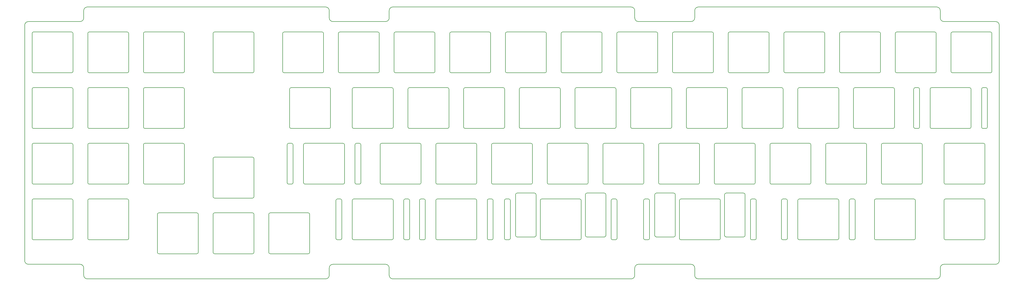
<source format=gbr>
G04 #@! TF.GenerationSoftware,KiCad,Pcbnew,(5.1.4-0-10_14)*
G04 #@! TF.CreationDate,2020-06-19T20:59:03-05:00*
G04 #@! TF.ProjectId,reverie_plate,72657665-7269-4655-9f70-6c6174652e6b,rev?*
G04 #@! TF.SameCoordinates,Original*
G04 #@! TF.FileFunction,Profile,NP*
%FSLAX46Y46*%
G04 Gerber Fmt 4.6, Leading zero omitted, Abs format (unit mm)*
G04 Created by KiCad (PCBNEW (5.1.4-0-10_14)) date 2020-06-19 20:59:03*
%MOMM*%
%LPD*%
G04 APERTURE LIST*
%ADD10C,0.200000*%
G04 APERTURE END LIST*
D10*
X73664751Y-75899795D02*
G75*
G02X73164750Y-75399796I-1J500000D01*
G01*
X86664750Y-75899796D02*
X73664750Y-75899796D01*
X87164751Y-75399795D02*
G75*
G02X86664750Y-75899796I-500001J0D01*
G01*
X87164750Y-62399796D02*
X87164750Y-75399796D01*
X86664750Y-61899796D02*
G75*
G02X87164750Y-62399796I0J-500000D01*
G01*
X73664750Y-61899796D02*
X86664750Y-61899796D01*
X73164751Y-62399795D02*
G75*
G02X73664750Y-61899796I499999J0D01*
G01*
X104121000Y-94449796D02*
X104121000Y-81449796D01*
X104621001Y-94949795D02*
G75*
G02X104121000Y-94449796I-1J500000D01*
G01*
X117621000Y-94949796D02*
X104621000Y-94949796D01*
X118121000Y-94449796D02*
G75*
G02X117621000Y-94949796I-500000J0D01*
G01*
X118121000Y-81449796D02*
X118121000Y-94449796D01*
X117621000Y-80949796D02*
G75*
G02X118121000Y-81449796I0J-500000D01*
G01*
X104621000Y-80949796D02*
X117621000Y-80949796D01*
X104121000Y-81449796D02*
G75*
G02X104621000Y-80949796I500000J0D01*
G01*
X-17466498Y-121111000D02*
X-17466498Y-40552958D01*
X-16216498Y-122361000D02*
G75*
G02X-17466498Y-121111000I0J1250000D01*
G01*
X1471000Y-122361000D02*
X-16216498Y-122361000D01*
X1471000Y-122361000D02*
G75*
G02X2721000Y-123611000I0J-1250000D01*
G01*
X2721000Y-126111000D02*
X2721000Y-123611000D01*
X87971000Y-39302958D02*
X105971000Y-39302958D01*
X87971000Y-39302958D02*
G75*
G02X86721000Y-38052958I0J1250000D01*
G01*
X211721000Y-38052958D02*
G75*
G02X210471000Y-39302958I-1250000J0D01*
G01*
X211721000Y-38052958D02*
X211721001Y-35552958D01*
X-14441498Y-113999797D02*
G75*
G02X-14941499Y-113499796I0J500001D01*
G01*
X-1441500Y-113999796D02*
X-14441498Y-113999796D01*
X-941500Y-113499796D02*
G75*
G02X-1441500Y-113999796I-500000J0D01*
G01*
X-941500Y-100499796D02*
X-941500Y-113499796D01*
X-1441500Y-99999796D02*
G75*
G02X-941500Y-100499796I0J-500000D01*
G01*
X73164750Y-75399796D02*
X73164750Y-62399796D01*
X192471000Y-39302958D02*
X210471000Y-39302958D01*
X-14441498Y-99999796D02*
X-1441500Y-99999796D01*
X-14941498Y-100499796D02*
G75*
G02X-14441498Y-99999796I500000J0D01*
G01*
X-14941499Y-113499796D02*
X-14941498Y-100499796D01*
X241446000Y-61899796D02*
G75*
G02X241946000Y-62399796I0J-500000D01*
G01*
X228446000Y-61899796D02*
X241446000Y-61899796D01*
X227946000Y-62399796D02*
G75*
G02X228446000Y-61899796I500000J0D01*
G01*
X294471001Y-127361000D02*
X212971001Y-127361000D01*
X295721001Y-126111000D02*
G75*
G02X294471001Y-127361000I-1250000J0D01*
G01*
X314658500Y-122361000D02*
X296971001Y-122361000D01*
X107221000Y-126111000D02*
X107221000Y-123611000D01*
X108471000Y-127361000D02*
G75*
G02X107221000Y-126111000I0J1250000D01*
G01*
X3971000Y-34302958D02*
X85471000Y-34302958D01*
X192471000Y-39302958D02*
G75*
G02X191221000Y-38052958I0J1250000D01*
G01*
X296971001Y-39302958D02*
X314658500Y-39302958D01*
X296971001Y-39302958D02*
G75*
G02X295721001Y-38052958I0J1250000D01*
G01*
X211721001Y-35552959D02*
G75*
G02X212971000Y-34302958I1250000J1D01*
G01*
X86721000Y-35552958D02*
X86721000Y-38052958D01*
X2721000Y-38052958D02*
X2721000Y-35552958D01*
X191221000Y-35552958D02*
X191221000Y-38052958D01*
X294471001Y-34302958D02*
G75*
G02X295721001Y-35552958I0J-1250000D01*
G01*
X-16216498Y-39302958D02*
X1471000Y-39302958D01*
X315908500Y-40552958D02*
X315908500Y-121111000D01*
X295721001Y-123611000D02*
X295721001Y-126111000D01*
X295721001Y-123611000D02*
G75*
G02X296971001Y-122361000I1250000J0D01*
G01*
X210471000Y-122361000D02*
X192471000Y-122361000D01*
X210471000Y-122361000D02*
G75*
G02X211721000Y-123611000I0J-1250000D01*
G01*
X85471000Y-34302958D02*
G75*
G02X86721000Y-35552958I0J-1250000D01*
G01*
X212971000Y-34302958D02*
X294471001Y-34302958D01*
X189971000Y-34302958D02*
G75*
G02X191221000Y-35552958I0J-1250000D01*
G01*
X314658500Y-39302958D02*
G75*
G02X315908500Y-40552958I0J-1250000D01*
G01*
X2721000Y-38052958D02*
G75*
G02X1471000Y-39302958I-1250000J0D01*
G01*
X211721000Y-126111000D02*
X211721000Y-123611000D01*
X212971000Y-127361000D02*
G75*
G02X211721000Y-126111000I0J1250000D01*
G01*
X297502250Y-99999796D02*
X310502250Y-99999796D01*
X297002250Y-100499796D02*
G75*
G02X297502250Y-99999796I500000J0D01*
G01*
X297002250Y-113499796D02*
X297002250Y-100499796D01*
X297502250Y-113999796D02*
G75*
G02X297002250Y-113499796I0J500000D01*
G01*
X310502250Y-113999796D02*
X297502250Y-113999796D01*
X311002250Y-113499796D02*
G75*
G02X310502250Y-113999796I-500000J0D01*
G01*
X311002250Y-100499796D02*
X311002250Y-113499796D01*
X310502250Y-99999796D02*
G75*
G02X311002250Y-100499796I0J-500000D01*
G01*
X118071000Y-99999796D02*
X119071000Y-99999796D01*
X223683500Y-42849796D02*
X236683500Y-42849796D01*
X223183501Y-43349797D02*
G75*
G02X223683500Y-42849796I500000J1D01*
G01*
X23158500Y-81449796D02*
G75*
G02X23658500Y-80949796I500000J0D01*
G01*
X2721000Y-35552958D02*
G75*
G02X3971000Y-34302958I1250000J0D01*
G01*
X117571000Y-100499796D02*
G75*
G02X118071000Y-99999796I500000J0D01*
G01*
X117571000Y-113499796D02*
X117571000Y-100499796D01*
X118071001Y-113999795D02*
G75*
G02X117571000Y-113499796I-1J500000D01*
G01*
X119071000Y-113999796D02*
X118071000Y-113999796D01*
X119571001Y-113499795D02*
G75*
G02X119071000Y-113999796I-500001J0D01*
G01*
X119571000Y-100499796D02*
X119571000Y-113499796D01*
X119071000Y-99999796D02*
G75*
G02X119571000Y-100499796I0J-500000D01*
G01*
X195764750Y-113999796D02*
X194764750Y-113999796D01*
X196264751Y-113499795D02*
G75*
G02X195764750Y-113999796I-500001J0D01*
G01*
X196264750Y-100499796D02*
X196264750Y-113499796D01*
X195764750Y-99999796D02*
G75*
G02X196264750Y-100499796I0J-500000D01*
G01*
X194764750Y-99999796D02*
X195764750Y-99999796D01*
X194264750Y-100499796D02*
G75*
G02X194764750Y-99999796I500000J0D01*
G01*
X194264750Y-113499796D02*
X194264750Y-100499796D01*
X194764750Y-113999796D02*
G75*
G02X194264750Y-113499796I0J500000D01*
G01*
X223183500Y-56349796D02*
X223183500Y-43349796D01*
X223683500Y-56849796D02*
G75*
G02X223183500Y-56349796I0J500000D01*
G01*
X236683500Y-56849796D02*
X223683500Y-56849796D01*
X237183500Y-56349796D02*
G75*
G02X236683500Y-56849796I-500000J0D01*
G01*
X237183500Y-43349796D02*
X237183500Y-56349796D01*
X236683500Y-42849796D02*
G75*
G02X237183500Y-43349796I0J-500000D01*
G01*
X107221000Y-35552958D02*
G75*
G02X108471000Y-34302958I1250000J0D01*
G01*
X105971000Y-122361000D02*
X87971000Y-122361000D01*
X105971000Y-122361000D02*
G75*
G02X107221000Y-123611000I0J-1250000D01*
G01*
X315908500Y-121111000D02*
G75*
G02X314658500Y-122361000I-1250000J0D01*
G01*
X191221000Y-123611000D02*
X191221000Y-126111000D01*
X191221000Y-123611000D02*
G75*
G02X192471000Y-122361000I1250000J0D01*
G01*
X86721000Y-123611000D02*
X86721000Y-126111000D01*
X86721000Y-123611000D02*
G75*
G02X87971000Y-122361000I1250000J0D01*
G01*
X36658500Y-80949796D02*
X23658500Y-80949796D01*
X36658500Y-80949796D02*
G75*
G02X37158500Y-81449796I0J-500000D01*
G01*
X37158500Y-94449796D02*
X37158500Y-81449796D01*
X37158501Y-94449796D02*
G75*
G02X36658500Y-94949795I-500000J1D01*
G01*
X23658500Y-94949795D02*
X36658500Y-94949795D01*
X23658499Y-94949796D02*
G75*
G02X23158500Y-94449795I1J500000D01*
G01*
X23158500Y-81449796D02*
X23158500Y-94449795D01*
X23158500Y-75399796D02*
X23158500Y-62399796D01*
X23658500Y-75899796D02*
G75*
G02X23158500Y-75399796I0J500000D01*
G01*
X36658500Y-75899796D02*
X23658500Y-75899796D01*
X37158501Y-75399797D02*
G75*
G02X36658500Y-75899796I-500000J1D01*
G01*
X37158500Y-62399796D02*
X37158500Y-75399796D01*
X36658500Y-61899796D02*
G75*
G02X37158500Y-62399796I0J-500000D01*
G01*
X23658500Y-61899796D02*
X36658500Y-61899796D01*
X23158500Y-62399796D02*
G75*
G02X23658500Y-61899796I500000J0D01*
G01*
X227946000Y-75399796D02*
X227946000Y-62399796D01*
X228446000Y-75899796D02*
G75*
G02X227946000Y-75399796I0J500000D01*
G01*
X241446000Y-75899796D02*
X228446000Y-75899796D01*
X241946000Y-75399796D02*
G75*
G02X241446000Y-75899796I-500000J0D01*
G01*
X241946000Y-62399796D02*
X241946000Y-75399796D01*
X189971000Y-127361000D02*
X108471000Y-127361000D01*
X191221001Y-126111001D02*
G75*
G02X189971000Y-127361000I-1250000J1D01*
G01*
X107221000Y-38052958D02*
X107221000Y-35552958D01*
X108471000Y-34302958D02*
X189971000Y-34302958D01*
X107221000Y-38052958D02*
G75*
G02X105971000Y-39302958I-1250000J0D01*
G01*
X295721001Y-35552958D02*
X295721001Y-38052958D01*
X-17466498Y-40552958D02*
G75*
G02X-16216498Y-39302958I1250000J0D01*
G01*
X206514750Y-113499796D02*
X206514750Y-100499796D01*
X207014750Y-113999796D02*
G75*
G02X206514750Y-113499796I0J500000D01*
G01*
X220014750Y-113999796D02*
X207014750Y-113999796D01*
X220514751Y-113499795D02*
G75*
G02X220014750Y-113999796I-500001J0D01*
G01*
X220514750Y-100499796D02*
X220514750Y-113499796D01*
X220014750Y-99999796D02*
G75*
G02X220514750Y-100499796I0J-500000D01*
G01*
X207014750Y-99999796D02*
X220014750Y-99999796D01*
X206514750Y-100499796D02*
G75*
G02X207014750Y-99999796I500000J0D01*
G01*
X286639750Y-75399796D02*
X286639750Y-62399796D01*
X287139750Y-75899796D02*
G75*
G02X286639750Y-75399796I0J500000D01*
G01*
X288139750Y-75899796D02*
X287139750Y-75899796D01*
X288639750Y-75399796D02*
G75*
G02X288139750Y-75899796I-500000J0D01*
G01*
X288639750Y-62399796D02*
X288639750Y-75399796D01*
X288139750Y-61899796D02*
G75*
G02X288639750Y-62399796I0J-500000D01*
G01*
X287139750Y-61899796D02*
X288139750Y-61899796D01*
X286639750Y-62399796D02*
G75*
G02X287139750Y-61899796I500000J0D01*
G01*
X66021000Y-118262296D02*
X66021000Y-105262296D01*
X66521001Y-118762295D02*
G75*
G02X66021000Y-118262296I-1J500000D01*
G01*
X79521000Y-118762296D02*
X66521000Y-118762296D01*
X80021001Y-118262295D02*
G75*
G02X79521000Y-118762296I-500001J0D01*
G01*
X80021000Y-105262296D02*
X80021000Y-118262296D01*
X79521000Y-104762296D02*
G75*
G02X80021000Y-105262296I0J-500000D01*
G01*
X66521000Y-104762296D02*
X79521000Y-104762296D01*
X66021001Y-105262295D02*
G75*
G02X66521000Y-104762296I499999J0D01*
G01*
X280333500Y-56349796D02*
X280333500Y-43349796D01*
X280833500Y-56849796D02*
G75*
G02X280333500Y-56349796I0J500000D01*
G01*
X293833500Y-56849796D02*
X280833500Y-56849796D01*
X294333500Y-56349796D02*
G75*
G02X293833500Y-56849796I-500000J0D01*
G01*
X294333500Y-43349796D02*
X294333500Y-56349796D01*
X293833500Y-42849796D02*
G75*
G02X294333500Y-43349796I0J-500000D01*
G01*
X280833500Y-42849796D02*
X293833500Y-42849796D01*
X280333500Y-43349796D02*
G75*
G02X280833500Y-42849796I500000J0D01*
G01*
X140771000Y-100499796D02*
G75*
G02X141271000Y-99999796I500000J0D01*
G01*
X142271000Y-99999796D02*
X141271000Y-99999796D01*
X142271000Y-99999795D02*
G75*
G02X142771001Y-100499796I0J-500001D01*
G01*
X142771000Y-113499796D02*
X142771001Y-100499796D01*
X142771001Y-113499795D02*
G75*
G02X142271000Y-113999796I-500001J0D01*
G01*
X141271000Y-113999796D02*
X142271000Y-113999796D01*
X141271002Y-113999796D02*
G75*
G02X140771000Y-113499796I-1J500001D01*
G01*
X140771000Y-100499796D02*
X140771000Y-113499796D01*
X297002250Y-94449796D02*
X297002250Y-81449796D01*
X297502250Y-94949796D02*
G75*
G02X297002250Y-94449796I0J500000D01*
G01*
X310502250Y-94949796D02*
X297502250Y-94949796D01*
X311002250Y-94449796D02*
G75*
G02X310502250Y-94949796I-500000J0D01*
G01*
X311002250Y-81449796D02*
X311002250Y-94449796D01*
X310502250Y-80949796D02*
G75*
G02X311002250Y-81449796I0J-500000D01*
G01*
X297502250Y-80949796D02*
X310502250Y-80949795D01*
X297002250Y-81449796D02*
G75*
G02X297502250Y-80949796I500000J0D01*
G01*
X-14941499Y-75399795D02*
X-14941498Y-62399796D01*
X-14441498Y-75899796D02*
G75*
G02X-14941499Y-75399795I0J500001D01*
G01*
X-1441500Y-75899796D02*
X-14441498Y-75899796D01*
X-941500Y-75399796D02*
G75*
G02X-1441500Y-75899796I-500000J0D01*
G01*
X-941500Y-62399796D02*
X-941500Y-75399796D01*
X-1441500Y-61899796D02*
G75*
G02X-941500Y-62399796I0J-500000D01*
G01*
X-14441498Y-61899796D02*
X-1441500Y-61899796D01*
X-14941498Y-62399796D02*
G75*
G02X-14441498Y-61899796I500000J0D01*
G01*
X142721000Y-80949796D02*
X155721000Y-80949796D01*
X142221001Y-81449797D02*
G75*
G02X142721000Y-80949796I500000J1D01*
G01*
X142221000Y-94449796D02*
X142221000Y-81449796D01*
X142721001Y-94949797D02*
G75*
G02X142221000Y-94449796I0J500001D01*
G01*
X155721000Y-94949796D02*
X142721000Y-94949796D01*
X156221000Y-94449796D02*
G75*
G02X155721000Y-94949796I-500000J0D01*
G01*
X156221000Y-81449796D02*
X156221000Y-94449796D01*
X155721001Y-80949797D02*
G75*
G02X156221000Y-81449796I0J-499999D01*
G01*
X228952750Y-112499796D02*
G75*
G02X228452750Y-112999796I-500000J0D01*
G01*
X222452750Y-112999796D02*
X228452750Y-112999796D01*
X222452750Y-112999796D02*
G75*
G02X221952750Y-112499796I0J500000D01*
G01*
X221952750Y-98499796D02*
X221952750Y-112499796D01*
X221952750Y-98499796D02*
G75*
G02X222452750Y-97999796I500000J0D01*
G01*
X228452750Y-97999796D02*
X222452750Y-97999796D01*
X228452750Y-97999796D02*
G75*
G02X228952750Y-98499796I0J-500000D01*
G01*
X228952750Y-112499796D02*
X228952750Y-98499796D01*
X180321000Y-94449796D02*
X180321000Y-81449796D01*
X180821000Y-94949796D02*
G75*
G02X180321000Y-94449796I0J500000D01*
G01*
X193821000Y-94949796D02*
X180821000Y-94949796D01*
X194321000Y-94449796D02*
G75*
G02X193821000Y-94949796I-500000J0D01*
G01*
X194321000Y-81449796D02*
X194321000Y-94449796D01*
X193821000Y-80949796D02*
G75*
G02X194321000Y-81449796I0J-500000D01*
G01*
X180821000Y-80949796D02*
X193821000Y-80949796D01*
X180321000Y-81449796D02*
G75*
G02X180821000Y-80949796I500000J0D01*
G01*
X208896000Y-75399796D02*
X208896000Y-62399796D01*
X209396000Y-75899796D02*
G75*
G02X208896000Y-75399796I0J500000D01*
G01*
X222396000Y-75899796D02*
X209396000Y-75899796D01*
X222896000Y-75399796D02*
G75*
G02X222396000Y-75899796I-500000J0D01*
G01*
X222896000Y-62399796D02*
X222896000Y-75399796D01*
X222396000Y-61899796D02*
G75*
G02X222896000Y-62399796I0J-500000D01*
G01*
X209396000Y-61899796D02*
X222396000Y-61899796D01*
X208896000Y-62399796D02*
G75*
G02X209396000Y-61899796I500000J0D01*
G01*
X185139750Y-100499796D02*
X185139750Y-113499796D01*
X184639750Y-99999796D02*
G75*
G02X185139750Y-100499796I0J-500000D01*
G01*
X183639750Y-99999796D02*
X184639750Y-99999796D01*
X183139750Y-100499796D02*
G75*
G02X183639750Y-99999796I500000J0D01*
G01*
X183139750Y-113499796D02*
X183139750Y-100499796D01*
X183639750Y-113999796D02*
G75*
G02X183139750Y-113499796I0J500000D01*
G01*
X184639750Y-113999796D02*
X183639750Y-113999795D01*
X185139751Y-113499795D02*
G75*
G02X184639750Y-113999796I-500001J0D01*
G01*
X108883500Y-56349796D02*
X108883500Y-43349796D01*
X109383502Y-56849796D02*
G75*
G02X108883500Y-56349796I-1J500001D01*
G01*
X122383500Y-56849796D02*
X109383500Y-56849796D01*
X122883501Y-56349795D02*
G75*
G02X122383500Y-56849796I-500001J0D01*
G01*
X122883500Y-43349796D02*
X122883500Y-56349796D01*
X122383500Y-42849796D02*
G75*
G02X122883500Y-43349796I0J-500000D01*
G01*
X109383500Y-42849796D02*
X122383500Y-42849796D01*
X108883500Y-43349796D02*
G75*
G02X109383500Y-42849796I500000J0D01*
G01*
X218421000Y-94449796D02*
X218421000Y-81449796D01*
X218921000Y-94949796D02*
G75*
G02X218421000Y-94449796I0J500000D01*
G01*
X231921000Y-94949796D02*
X218921000Y-94949796D01*
X232421000Y-94449796D02*
G75*
G02X231921000Y-94949796I-500000J0D01*
G01*
X232421000Y-81449796D02*
X232421000Y-94449796D01*
X231921001Y-80949795D02*
G75*
G02X232421000Y-81449796I-1J-500000D01*
G01*
X218921000Y-80949796D02*
X231921000Y-80949795D01*
X218421000Y-81449796D02*
G75*
G02X218921000Y-80949796I500000J0D01*
G01*
X127933501Y-56349796D02*
X127933501Y-43349796D01*
X128433502Y-56849795D02*
G75*
G02X127933501Y-56349796I-1J500000D01*
G01*
X141433500Y-56849796D02*
X128433501Y-56849796D01*
X141933501Y-56349795D02*
G75*
G02X141433500Y-56849796I-500001J0D01*
G01*
X141933500Y-43349796D02*
X141933500Y-56349796D01*
X141433500Y-42849796D02*
G75*
G02X141933500Y-43349796I0J-500000D01*
G01*
X128433501Y-42849796D02*
X141433500Y-42849796D01*
X127933501Y-43349796D02*
G75*
G02X128433501Y-42849796I500000J0D01*
G01*
X237471000Y-94449796D02*
X237471000Y-81449796D01*
X237971000Y-94949796D02*
G75*
G02X237471000Y-94449796I0J500000D01*
G01*
X250971000Y-94949796D02*
X237971000Y-94949796D01*
X251471000Y-94449796D02*
G75*
G02X250971000Y-94949796I-500000J0D01*
G01*
X251471000Y-81449796D02*
X251471000Y-94449796D01*
X250971000Y-80949796D02*
G75*
G02X251471000Y-81449796I0J-500000D01*
G01*
X237971000Y-80949796D02*
X250971000Y-80949795D01*
X237471000Y-81449796D02*
G75*
G02X237971000Y-80949796I500000J0D01*
G01*
X113646000Y-75399796D02*
X113646001Y-62399796D01*
X114146002Y-75899796D02*
G75*
G02X113646000Y-75399796I-1J500001D01*
G01*
X127146000Y-75899796D02*
X114146000Y-75899796D01*
X127646001Y-75399795D02*
G75*
G02X127146000Y-75899796I-500001J0D01*
G01*
X127646001Y-62399796D02*
X127646000Y-75399796D01*
X127146000Y-61899795D02*
G75*
G02X127646001Y-62399796I0J-500001D01*
G01*
X114146000Y-61899796D02*
X127146000Y-61899795D01*
X113646001Y-62399795D02*
G75*
G02X114146000Y-61899796I499999J0D01*
G01*
X46971000Y-99212296D02*
X46971000Y-86212295D01*
X47471000Y-99712296D02*
G75*
G02X46971000Y-99212296I0J500000D01*
G01*
X60471000Y-99712296D02*
X47471000Y-99712295D01*
X60971001Y-99212295D02*
G75*
G02X60471000Y-99712296I-500001J0D01*
G01*
X60971000Y-86212296D02*
X60971000Y-99212295D01*
X60471000Y-85712296D02*
G75*
G02X60971000Y-86212296I0J-500000D01*
G01*
X47471000Y-85712296D02*
X60471000Y-85712295D01*
X46971001Y-86212295D02*
G75*
G02X47471000Y-85712296I499999J0D01*
G01*
X309839750Y-75399796D02*
X309839750Y-62399796D01*
X310339750Y-75899796D02*
G75*
G02X309839750Y-75399796I0J500000D01*
G01*
X311339750Y-75899796D02*
X310339750Y-75899796D01*
X311839750Y-75399796D02*
G75*
G02X311339750Y-75899796I-500000J0D01*
G01*
X311839750Y-62399796D02*
X311839750Y-75399796D01*
X311339750Y-61899796D02*
G75*
G02X311839750Y-62399796I0J-500000D01*
G01*
X310339750Y-61899796D02*
X311339750Y-61899796D01*
X309839750Y-62399796D02*
G75*
G02X310339750Y-61899796I500000J0D01*
G01*
X23158500Y-56349795D02*
X23158500Y-43349796D01*
X23658500Y-56849795D02*
G75*
G02X23158500Y-56349795I0J500000D01*
G01*
X36658500Y-56849796D02*
X23658500Y-56849796D01*
X37158501Y-56349795D02*
G75*
G02X36658500Y-56849796I-500001J0D01*
G01*
X37158500Y-43349796D02*
X37158501Y-56349795D01*
X36658502Y-42849796D02*
G75*
G02X37158500Y-43349796I-1J-499999D01*
G01*
X23658500Y-42849796D02*
X36658500Y-42849796D01*
X23158500Y-43349796D02*
G75*
G02X23658500Y-42849796I500000J0D01*
G01*
X275571000Y-94449796D02*
X275571000Y-81449796D01*
X276071000Y-94949796D02*
G75*
G02X275571000Y-94449796I0J500000D01*
G01*
X289071000Y-94949796D02*
X276071000Y-94949796D01*
X289571000Y-94449796D02*
G75*
G02X289071000Y-94949796I-500000J0D01*
G01*
X289571000Y-81449796D02*
X289571000Y-94449796D01*
X289071000Y-80949796D02*
G75*
G02X289571000Y-81449796I0J-500000D01*
G01*
X276071000Y-80949796D02*
X289071000Y-80949796D01*
X275571000Y-81449796D02*
G75*
G02X276071000Y-80949796I500000J0D01*
G01*
X157451750Y-98499796D02*
X157451750Y-112499796D01*
X156951751Y-97999797D02*
G75*
G02X157451750Y-98499796I0J-499999D01*
G01*
X150951750Y-97999796D02*
X156951750Y-97999796D01*
X150451751Y-98499795D02*
G75*
G02X150951750Y-97999796I499999J0D01*
G01*
X150451750Y-112499796D02*
X150451750Y-98499796D01*
X150951750Y-112999796D02*
G75*
G02X150451750Y-112499796I0J500000D01*
G01*
X156951750Y-112999796D02*
X150951750Y-112999796D01*
X157451751Y-112499795D02*
G75*
G02X156951750Y-112999796I-500001J0D01*
G01*
X72327250Y-94449796D02*
X72327250Y-81449796D01*
X72827250Y-94949796D02*
G75*
G02X72327250Y-94449796I0J500000D01*
G01*
X73827250Y-94949795D02*
X72827250Y-94949796D01*
X74327250Y-94449795D02*
G75*
G02X73827250Y-94949795I-500000J0D01*
G01*
X74327250Y-81449796D02*
X74327250Y-94449796D01*
X73827250Y-80949796D02*
G75*
G02X74327250Y-81449796I0J-500000D01*
G01*
X72827250Y-80949796D02*
X73827250Y-80949796D01*
X72327250Y-81449796D02*
G75*
G02X72827250Y-80949796I500000J0D01*
G01*
X4108500Y-75399796D02*
X4108500Y-62399796D01*
X4608500Y-75899796D02*
G75*
G02X4108500Y-75399796I0J500000D01*
G01*
X17608500Y-75899796D02*
X4608500Y-75899796D01*
X18108500Y-75399796D02*
G75*
G02X17608500Y-75899796I-500000J0D01*
G01*
X18108500Y-62399796D02*
X18108500Y-75399796D01*
X17608500Y-61899796D02*
G75*
G02X18108500Y-62399796I0J-500000D01*
G01*
X4608500Y-61899796D02*
X17608500Y-61899796D01*
X4108500Y-62399796D02*
G75*
G02X4608500Y-61899796I500000J0D01*
G01*
X123171000Y-94449796D02*
X123171000Y-81449796D01*
X123671000Y-94949796D02*
G75*
G02X123171000Y-94449796I0J500000D01*
G01*
X136671000Y-94949796D02*
X123671000Y-94949796D01*
X137171000Y-94449796D02*
G75*
G02X136671000Y-94949796I-500000J0D01*
G01*
X137171000Y-81449796D02*
X137171000Y-94449796D01*
X136671000Y-80949796D02*
G75*
G02X137171000Y-81449796I0J-500000D01*
G01*
X123671000Y-80949796D02*
X136671000Y-80949796D01*
X123171000Y-81449796D02*
G75*
G02X123671000Y-80949796I500000J0D01*
G01*
X161271000Y-94449796D02*
X161271000Y-81449796D01*
X161771000Y-94949796D02*
G75*
G02X161271000Y-94449796I0J500000D01*
G01*
X174771000Y-94949796D02*
X161771000Y-94949795D01*
X175271001Y-94449797D02*
G75*
G02X174771000Y-94949796I-500000J1D01*
G01*
X175271000Y-81449795D02*
X175271000Y-94449796D01*
X174771001Y-80949796D02*
G75*
G02X175271000Y-81449795I0J-499999D01*
G01*
X161771000Y-80949796D02*
X174771000Y-80949796D01*
X161271001Y-81449795D02*
G75*
G02X161771000Y-80949796I499999J0D01*
G01*
X242233500Y-56349796D02*
X242233500Y-43349796D01*
X242733500Y-56849796D02*
G75*
G02X242233500Y-56349796I0J500000D01*
G01*
X255733500Y-56849796D02*
X242733500Y-56849796D01*
X256233500Y-56349796D02*
G75*
G02X255733500Y-56849796I-500000J0D01*
G01*
X256233500Y-43349796D02*
X256233500Y-56349796D01*
X255733500Y-42849796D02*
G75*
G02X256233500Y-43349796I0J-500000D01*
G01*
X242733500Y-42849796D02*
X255733500Y-42849795D01*
X242233500Y-43349796D02*
G75*
G02X242733500Y-42849796I500000J0D01*
G01*
X246996000Y-75399796D02*
X246996000Y-62399796D01*
X247496000Y-75899796D02*
G75*
G02X246996000Y-75399796I0J500000D01*
G01*
X260496000Y-75899796D02*
X247496000Y-75899796D01*
X260996000Y-75399796D02*
G75*
G02X260496000Y-75899796I-500000J0D01*
G01*
X260996000Y-62399796D02*
X260996000Y-75399796D01*
X260496000Y-61899796D02*
G75*
G02X260996000Y-62399796I0J-500000D01*
G01*
X247496000Y-61899796D02*
X260496000Y-61899796D01*
X246996000Y-62399796D02*
G75*
G02X247496000Y-61899796I500000J0D01*
G01*
X151746000Y-75399796D02*
X151746000Y-62399796D01*
X152246000Y-75899796D02*
G75*
G02X151746000Y-75399796I0J500000D01*
G01*
X165246000Y-75899796D02*
X152246000Y-75899796D01*
X165746001Y-75399797D02*
G75*
G02X165246000Y-75899796I-500000J1D01*
G01*
X165746000Y-62399795D02*
X165746000Y-75399796D01*
X165246001Y-61899796D02*
G75*
G02X165746000Y-62399795I0J-499999D01*
G01*
X152246000Y-61899796D02*
X165246000Y-61899796D01*
X151746000Y-62399796D02*
G75*
G02X152246000Y-61899796I500000J0D01*
G01*
X4608500Y-80949796D02*
X17608500Y-80949795D01*
X4108500Y-81449796D02*
G75*
G02X4608500Y-80949796I500000J0D01*
G01*
X4108500Y-94449795D02*
X4108500Y-81449796D01*
X4608500Y-94949795D02*
G75*
G02X4108500Y-94449795I0J500000D01*
G01*
X17608500Y-94949795D02*
X4608500Y-94949795D01*
X18108500Y-94449795D02*
G75*
G02X17608500Y-94949795I-500000J0D01*
G01*
X18108500Y-81449796D02*
X18108500Y-94449795D01*
X17608500Y-80949796D02*
G75*
G02X18108500Y-81449796I0J-500000D01*
G01*
X4108500Y-43349796D02*
G75*
G02X4608500Y-42849796I500000J0D01*
G01*
X17608500Y-42849796D02*
X4608500Y-42849796D01*
X17608500Y-42849796D02*
G75*
G02X18108500Y-43349796I0J-500000D01*
G01*
X18108500Y-56349795D02*
X18108500Y-43349796D01*
X18108501Y-56349795D02*
G75*
G02X17608500Y-56849796I-500001J0D01*
G01*
X4608500Y-56849796D02*
X17608500Y-56849796D01*
X4608500Y-56849795D02*
G75*
G02X4108500Y-56349795I0J500000D01*
G01*
X4108500Y-43349796D02*
X4108500Y-56349795D01*
X266046000Y-75399796D02*
X266046000Y-62399796D01*
X266546000Y-75899796D02*
G75*
G02X266046000Y-75399796I0J500000D01*
G01*
X279546000Y-75899796D02*
X266546000Y-75899796D01*
X280046000Y-75399796D02*
G75*
G02X279546000Y-75899796I-500000J0D01*
G01*
X280046000Y-62399796D02*
X280046000Y-75399796D01*
X279546000Y-61899796D02*
G75*
G02X280046000Y-62399796I0J-500000D01*
G01*
X266546000Y-61899796D02*
X279546000Y-61899796D01*
X266046000Y-62399796D02*
G75*
G02X266546000Y-61899796I500000J0D01*
G01*
X241396000Y-113499796D02*
X241396000Y-100499796D01*
X241896000Y-113999796D02*
G75*
G02X241396000Y-113499796I0J500000D01*
G01*
X242896000Y-113999796D02*
X241896000Y-113999796D01*
X243396001Y-113499795D02*
G75*
G02X242896000Y-113999796I-500001J0D01*
G01*
X243396000Y-100499796D02*
X243396000Y-113499796D01*
X242896000Y-99999796D02*
G75*
G02X243396000Y-100499796I0J-500000D01*
G01*
X241896000Y-99999796D02*
X242896000Y-99999796D01*
X241396000Y-100499796D02*
G75*
G02X241896000Y-99999796I500000J0D01*
G01*
X123171000Y-113499796D02*
X123171000Y-100499796D01*
X123671001Y-113999795D02*
G75*
G02X123171000Y-113499796I-1J500000D01*
G01*
X136671000Y-113999796D02*
X123671000Y-113999796D01*
X137171001Y-113499795D02*
G75*
G02X136671000Y-113999796I-500001J0D01*
G01*
X137171000Y-100499796D02*
X137171000Y-113499796D01*
X136671001Y-99999795D02*
G75*
G02X137171000Y-100499796I-1J-500000D01*
G01*
X123671000Y-99999796D02*
X136671000Y-99999796D01*
X123171000Y-100499796D02*
G75*
G02X123671000Y-99999796I500000J0D01*
G01*
X46971001Y-43349795D02*
G75*
G02X47471000Y-42849796I499999J0D01*
G01*
X60471000Y-42849796D02*
X47471000Y-42849796D01*
X60471000Y-42849796D02*
G75*
G02X60971000Y-43349796I0J-500000D01*
G01*
X60971000Y-56349796D02*
X60971000Y-43349796D01*
X60971000Y-56349796D02*
G75*
G02X60471000Y-56849796I-500000J0D01*
G01*
X47471000Y-56849796D02*
X60471000Y-56849796D01*
X47470999Y-56849796D02*
G75*
G02X46971000Y-56349795I1J500000D01*
G01*
X46971000Y-43349796D02*
X46971000Y-56349795D01*
X94596000Y-113499796D02*
X94596001Y-100499796D01*
X95096001Y-113999795D02*
G75*
G02X94596000Y-113499796I-1J500000D01*
G01*
X108096000Y-113999796D02*
X95096000Y-113999796D01*
X108596001Y-113499795D02*
G75*
G02X108096000Y-113999796I-500001J0D01*
G01*
X108596000Y-100499796D02*
X108596000Y-113499796D01*
X108096000Y-99999796D02*
G75*
G02X108596000Y-100499796I0J-500000D01*
G01*
X95096000Y-99999796D02*
X108096000Y-99999796D01*
X94596001Y-100499795D02*
G75*
G02X95096000Y-99999796I499999J0D01*
G01*
X148639750Y-100499796D02*
X148639750Y-113499796D01*
X148139750Y-99999796D02*
G75*
G02X148639750Y-100499796I0J-500000D01*
G01*
X147139750Y-99999796D02*
X148139750Y-99999796D01*
X146639751Y-100499795D02*
G75*
G02X147139750Y-99999796I499999J0D01*
G01*
X146639750Y-113499796D02*
X146639750Y-100499796D01*
X147139750Y-113999796D02*
G75*
G02X146639750Y-113499796I0J500000D01*
G01*
X148139750Y-113999796D02*
X147139750Y-113999796D01*
X148639751Y-113499795D02*
G75*
G02X148139750Y-113999796I-500001J0D01*
G01*
X199371000Y-94449796D02*
X199371000Y-81449796D01*
X199871000Y-94949796D02*
G75*
G02X199371000Y-94449796I0J500000D01*
G01*
X212871000Y-94949796D02*
X199871000Y-94949795D01*
X213371000Y-94449796D02*
G75*
G02X212871000Y-94949796I-500000J0D01*
G01*
X213371000Y-81449796D02*
X213371000Y-94449796D01*
X212871000Y-80949796D02*
G75*
G02X213371000Y-81449796I0J-500000D01*
G01*
X199871000Y-80949796D02*
X212871000Y-80949796D01*
X199371000Y-81449796D02*
G75*
G02X199871000Y-80949796I500000J0D01*
G01*
X185083500Y-56349796D02*
X185083500Y-43349796D01*
X185583500Y-56849796D02*
G75*
G02X185083500Y-56349796I0J500000D01*
G01*
X198583500Y-56849796D02*
X185583500Y-56849796D01*
X199083500Y-56349796D02*
G75*
G02X198583500Y-56849796I-500000J0D01*
G01*
X199083500Y-43349796D02*
X199083500Y-56349796D01*
X198583500Y-42849796D02*
G75*
G02X199083500Y-43349796I0J-500000D01*
G01*
X185583500Y-42849796D02*
X198583500Y-42849796D01*
X185083500Y-43349796D02*
G75*
G02X185583500Y-42849796I500000J0D01*
G01*
X-14941499Y-94449795D02*
X-14941498Y-81449796D01*
X-14441499Y-94949797D02*
G75*
G02X-14941499Y-94449795I1J500001D01*
G01*
X-1441500Y-94949795D02*
X-14441498Y-94949796D01*
X-941500Y-94449795D02*
G75*
G02X-1441500Y-94949795I-500000J0D01*
G01*
X-941500Y-81449796D02*
X-941500Y-94449795D01*
X-1441500Y-80949796D02*
G75*
G02X-941500Y-81449796I0J-500000D01*
G01*
X-14441498Y-80949796D02*
X-1441500Y-80949795D01*
X-14941498Y-81449796D02*
G75*
G02X-14441498Y-80949796I500000J0D01*
G01*
X292239750Y-75399796D02*
X292239750Y-62399796D01*
X292739750Y-75899796D02*
G75*
G02X292239750Y-75399796I0J500000D01*
G01*
X305739750Y-75899796D02*
X292739750Y-75899796D01*
X306239750Y-75399796D02*
G75*
G02X305739750Y-75899796I-500000J0D01*
G01*
X306239750Y-62399796D02*
X306239750Y-75399796D01*
X305739750Y-61899796D02*
G75*
G02X306239750Y-62399796I0J-500000D01*
G01*
X292739750Y-61899796D02*
X305739750Y-61899796D01*
X292239750Y-62399796D02*
G75*
G02X292739750Y-61899796I500000J0D01*
G01*
X273189750Y-113499796D02*
X273189750Y-100499796D01*
X273689750Y-113999796D02*
G75*
G02X273189750Y-113499796I0J500000D01*
G01*
X286689750Y-113999796D02*
X273689750Y-113999796D01*
X287189750Y-113499796D02*
G75*
G02X286689750Y-113999796I-500000J0D01*
G01*
X287189750Y-100499796D02*
X287189750Y-113499796D01*
X286689750Y-99999796D02*
G75*
G02X287189750Y-100499796I0J-500000D01*
G01*
X273689750Y-99999796D02*
X286689750Y-99999796D01*
X273189750Y-100499796D02*
G75*
G02X273689750Y-99999796I500000J0D01*
G01*
X204133500Y-56349796D02*
X204133500Y-43349796D01*
X204633500Y-56849796D02*
G75*
G02X204133500Y-56349796I0J500000D01*
G01*
X217633500Y-56849796D02*
X204633500Y-56849796D01*
X218133500Y-56349796D02*
G75*
G02X217633500Y-56849796I-500000J0D01*
G01*
X218133500Y-43349796D02*
X218133500Y-56349796D01*
X217633500Y-42849796D02*
G75*
G02X218133500Y-43349796I0J-500000D01*
G01*
X204633500Y-42849796D02*
X217633500Y-42849796D01*
X204133500Y-43349796D02*
G75*
G02X204633500Y-42849796I500000J0D01*
G01*
X256521000Y-94449796D02*
X256521000Y-81449796D01*
X257021000Y-94949796D02*
G75*
G02X256521000Y-94449796I0J500000D01*
G01*
X270021000Y-94949796D02*
X257021000Y-94949795D01*
X270521000Y-94449796D02*
G75*
G02X270021000Y-94949796I-500000J0D01*
G01*
X270521000Y-81449796D02*
X270521000Y-94449796D01*
X270021000Y-80949796D02*
G75*
G02X270521000Y-81449796I0J-500000D01*
G01*
X257021000Y-80949796D02*
X270021000Y-80949796D01*
X256521000Y-81449796D02*
G75*
G02X257021000Y-80949796I500000J0D01*
G01*
X264596000Y-113499796D02*
X264596000Y-100499796D01*
X265096000Y-113999796D02*
G75*
G02X264596000Y-113499796I0J500000D01*
G01*
X266096000Y-113999796D02*
X265096000Y-113999795D01*
X266596000Y-113499796D02*
G75*
G02X266096000Y-113999796I-500000J0D01*
G01*
X266596000Y-100499796D02*
X266596000Y-113499796D01*
X266096000Y-99999796D02*
G75*
G02X266596000Y-100499796I0J-500000D01*
G01*
X265096000Y-99999796D02*
X266096000Y-99999796D01*
X264596000Y-100499796D02*
G75*
G02X265096000Y-99999796I500000J0D01*
G01*
X88996000Y-113499796D02*
X88996000Y-100499796D01*
X89496000Y-113999796D02*
G75*
G02X88996000Y-113499796I0J500000D01*
G01*
X90496000Y-113999796D02*
X89496000Y-113999795D01*
X90996001Y-113499795D02*
G75*
G02X90496000Y-113999796I-500001J0D01*
G01*
X90996000Y-100499796D02*
X90996000Y-113499796D01*
X90496001Y-99999795D02*
G75*
G02X90996000Y-100499796I-1J-500000D01*
G01*
X89496000Y-99999796D02*
X90496000Y-99999796D01*
X88996001Y-100499795D02*
G75*
G02X89496000Y-99999796I499999J0D01*
G01*
X181327750Y-98499796D02*
X181327750Y-112499796D01*
X180827750Y-97999796D02*
G75*
G02X181327750Y-98499796I0J-500000D01*
G01*
X174827750Y-97999796D02*
X180827750Y-97999796D01*
X174327750Y-98499796D02*
G75*
G02X174827750Y-97999796I500000J0D01*
G01*
X174327750Y-112499796D02*
X174327750Y-98499796D01*
X174827750Y-112999796D02*
G75*
G02X174327750Y-112499796I0J500000D01*
G01*
X180827750Y-112999796D02*
X174827750Y-112999796D01*
X181327750Y-112499796D02*
G75*
G02X180827750Y-112999796I-500000J0D01*
G01*
X46971000Y-118262296D02*
X46971000Y-105262296D01*
X47471001Y-118762295D02*
G75*
G02X46971000Y-118262296I-1J500000D01*
G01*
X60471000Y-118762296D02*
X47471000Y-118762296D01*
X60971001Y-118262295D02*
G75*
G02X60471000Y-118762296I-500001J0D01*
G01*
X60971000Y-105262296D02*
X60971000Y-118262296D01*
X60471000Y-104762296D02*
G75*
G02X60971000Y-105262296I0J-500000D01*
G01*
X47471000Y-104762296D02*
X60471000Y-104762296D01*
X46971001Y-105262295D02*
G75*
G02X47471000Y-104762296I499999J0D01*
G01*
X-14941499Y-43349795D02*
G75*
G02X-14441498Y-42849796I500000J-1D01*
G01*
X-1441500Y-42849796D02*
X-14441498Y-42849796D01*
X-1441500Y-42849796D02*
G75*
G02X-941500Y-43349796I0J-500000D01*
G01*
X-941500Y-56349795D02*
X-941500Y-43349796D01*
X-941499Y-56349795D02*
G75*
G02X-1441500Y-56849796I-500001J0D01*
G01*
X-14441498Y-56849796D02*
X-1441500Y-56849796D01*
X-14441498Y-56849796D02*
G75*
G02X-14941499Y-56349795I0J500001D01*
G01*
X-14941499Y-43349796D02*
X-14941499Y-56349795D01*
X4108500Y-113499796D02*
X4108500Y-100499796D01*
X4608500Y-113999796D02*
G75*
G02X4108500Y-113499796I0J500000D01*
G01*
X17608500Y-113999796D02*
X4608500Y-113999796D01*
X18108500Y-113499796D02*
G75*
G02X17608500Y-113999796I-500000J0D01*
G01*
X18108500Y-100499796D02*
X18108500Y-113499796D01*
X17608501Y-99999795D02*
G75*
G02X18108500Y-100499796I-1J-500000D01*
G01*
X4608500Y-99999796D02*
X17608500Y-99999796D01*
X4108500Y-100499796D02*
G75*
G02X4608500Y-99999796I500000J0D01*
G01*
X95527250Y-94449796D02*
X95527250Y-81449796D01*
X96027252Y-94949796D02*
G75*
G02X95527250Y-94449796I-1J500001D01*
G01*
X97027250Y-94949795D02*
X96027250Y-94949796D01*
X97527249Y-94449796D02*
G75*
G02X97027250Y-94949795I-499999J0D01*
G01*
X97527250Y-81449796D02*
X97527250Y-94449796D01*
X97027250Y-80949796D02*
G75*
G02X97527250Y-81449796I0J-500000D01*
G01*
X96027250Y-80949796D02*
X97027250Y-80949796D01*
X95527250Y-81449796D02*
G75*
G02X96027250Y-80949796I500000J0D01*
G01*
X70783500Y-56349796D02*
X70783500Y-43349796D01*
X71283500Y-56849796D02*
G75*
G02X70783500Y-56349796I0J500000D01*
G01*
X84283500Y-56849796D02*
X71283500Y-56849796D01*
X84783500Y-56349796D02*
G75*
G02X84283500Y-56849796I-500000J0D01*
G01*
X84783500Y-43349796D02*
X84783500Y-56349796D01*
X84283500Y-42849796D02*
G75*
G02X84783500Y-43349796I0J-500000D01*
G01*
X71283500Y-42849796D02*
X84283500Y-42849796D01*
X70783500Y-43349796D02*
G75*
G02X71283500Y-42849796I500000J0D01*
G01*
X189846000Y-75399796D02*
X189846000Y-62399796D01*
X190346000Y-75899796D02*
G75*
G02X189846000Y-75399796I0J500000D01*
G01*
X203346000Y-75899796D02*
X190346000Y-75899796D01*
X203846000Y-75399796D02*
G75*
G02X203346000Y-75899796I-500000J0D01*
G01*
X203846000Y-62399796D02*
X203846000Y-75399796D01*
X203346000Y-61899796D02*
G75*
G02X203846000Y-62399796I0J-500000D01*
G01*
X190346000Y-61899796D02*
X203346000Y-61899796D01*
X189846000Y-62399796D02*
G75*
G02X190346000Y-61899796I500000J0D01*
G01*
X261283500Y-56349796D02*
X261283500Y-43349796D01*
X261783501Y-56849795D02*
G75*
G02X261283500Y-56349796I-1J500000D01*
G01*
X274783500Y-56849796D02*
X261783500Y-56849796D01*
X275283500Y-56349796D02*
G75*
G02X274783500Y-56849796I-500000J0D01*
G01*
X275283500Y-43349796D02*
X275283500Y-56349796D01*
X274783500Y-42849796D02*
G75*
G02X275283500Y-43349796I0J-500000D01*
G01*
X261783500Y-42849796D02*
X274783500Y-42849796D01*
X261283500Y-43349796D02*
G75*
G02X261783500Y-42849796I500000J0D01*
G01*
X204576750Y-112999796D02*
X198576750Y-112999795D01*
X205076750Y-112499796D02*
G75*
G02X204576750Y-112999796I-500000J0D01*
G01*
X205076750Y-98499796D02*
X205076750Y-112499796D01*
X204576750Y-97999796D02*
G75*
G02X205076750Y-98499796I0J-500000D01*
G01*
X198576750Y-97999796D02*
X204576750Y-97999796D01*
X198076751Y-98499797D02*
G75*
G02X198576750Y-97999796I500000J1D01*
G01*
X198076750Y-112499796D02*
X198076750Y-98499796D01*
X198576750Y-112999796D02*
G75*
G02X198076750Y-112499796I0J500000D01*
G01*
X112196000Y-113499796D02*
X112196000Y-100499796D01*
X112696001Y-113999795D02*
G75*
G02X112196000Y-113499796I-1J500000D01*
G01*
X113696000Y-113999796D02*
X112696000Y-113999796D01*
X114196001Y-113499795D02*
G75*
G02X113696000Y-113999796I-500001J0D01*
G01*
X114196000Y-100499796D02*
X114196000Y-113499796D01*
X113696001Y-99999795D02*
G75*
G02X114196000Y-100499796I-1J-500000D01*
G01*
X112696000Y-99999796D02*
X113696000Y-99999796D01*
X112196000Y-100499796D02*
G75*
G02X112696000Y-99999796I500000J0D01*
G01*
X77927250Y-81449796D02*
G75*
G02X78427250Y-80949796I500000J0D01*
G01*
X91427250Y-80949796D02*
X78427250Y-80949796D01*
X91427250Y-80949796D02*
G75*
G02X91927250Y-81449796I0J-500000D01*
G01*
X91927250Y-94449796D02*
X91927250Y-81449796D01*
X91927250Y-94449795D02*
G75*
G02X91427250Y-94949795I-500000J0D01*
G01*
X78427250Y-94949796D02*
X91427250Y-94949795D01*
X78427252Y-94949796D02*
G75*
G02X77927250Y-94449796I-1J500001D01*
G01*
X77927250Y-81449796D02*
X77927250Y-94449796D01*
X246996000Y-100499796D02*
G75*
G02X247496000Y-99999796I500000J0D01*
G01*
X260496000Y-99999796D02*
X247496000Y-99999796D01*
X260496001Y-99999795D02*
G75*
G02X260996000Y-100499796I-1J-500000D01*
G01*
X260996000Y-113499796D02*
X260996000Y-100499796D01*
X260996000Y-113499796D02*
G75*
G02X260496000Y-113999796I-500000J0D01*
G01*
X247496000Y-113999796D02*
X260496000Y-113999796D01*
X247496000Y-113999796D02*
G75*
G02X246996000Y-113499796I0J500000D01*
G01*
X246996000Y-100499796D02*
X246996000Y-113499796D01*
X166033500Y-56349796D02*
X166033500Y-43349796D01*
X166533500Y-56849796D02*
G75*
G02X166033500Y-56349796I0J500000D01*
G01*
X179533500Y-56849796D02*
X166533500Y-56849795D01*
X180033500Y-56349796D02*
G75*
G02X179533500Y-56849796I-500000J0D01*
G01*
X180033500Y-43349796D02*
X180033500Y-56349796D01*
X179533501Y-42849795D02*
G75*
G02X180033500Y-43349796I-1J-500000D01*
G01*
X166533500Y-42849796D02*
X179533500Y-42849796D01*
X166033500Y-43349796D02*
G75*
G02X166533500Y-42849796I500000J0D01*
G01*
X146983500Y-56349796D02*
X146983500Y-43349796D01*
X147483500Y-56849796D02*
G75*
G02X146983500Y-56349796I0J500000D01*
G01*
X160483500Y-56849796D02*
X147483500Y-56849796D01*
X160983500Y-56349796D02*
G75*
G02X160483500Y-56849796I-500000J0D01*
G01*
X160983500Y-43349796D02*
X160983500Y-56349796D01*
X160483500Y-42849796D02*
G75*
G02X160983500Y-43349796I0J-500000D01*
G01*
X147483500Y-42849796D02*
X160483500Y-42849795D01*
X146983500Y-43349796D02*
G75*
G02X147483500Y-42849796I500000J0D01*
G01*
X158889750Y-113499796D02*
X158889750Y-100499796D01*
X159389750Y-113999796D02*
G75*
G02X158889750Y-113499796I0J500000D01*
G01*
X172389750Y-113999796D02*
X159389750Y-113999796D01*
X172889750Y-113499796D02*
G75*
G02X172389750Y-113999796I-500000J0D01*
G01*
X172889750Y-100499796D02*
X172889750Y-113499796D01*
X172389750Y-99999796D02*
G75*
G02X172889750Y-100499796I0J-500000D01*
G01*
X159389750Y-99999796D02*
X172389750Y-99999796D01*
X158889750Y-100499796D02*
G75*
G02X159389750Y-99999796I500000J0D01*
G01*
X170796000Y-62399796D02*
G75*
G02X171296000Y-61899796I500000J0D01*
G01*
X184296000Y-61899796D02*
X171296000Y-61899796D01*
X184296000Y-61899796D02*
G75*
G02X184796000Y-62399796I0J-500000D01*
G01*
X184796000Y-75399796D02*
X184796000Y-62399796D01*
X184796000Y-75399796D02*
G75*
G02X184296000Y-75899796I-500000J0D01*
G01*
X171296000Y-75899796D02*
X184296000Y-75899796D01*
X171296000Y-75899796D02*
G75*
G02X170796000Y-75399796I0J500000D01*
G01*
X170796000Y-62399796D02*
X170796000Y-75399796D01*
X94596000Y-75399796D02*
X94596001Y-62399796D01*
X95096001Y-75899795D02*
G75*
G02X94596000Y-75399796I-1J500000D01*
G01*
X108096000Y-75899796D02*
X95096000Y-75899796D01*
X108596001Y-75399795D02*
G75*
G02X108096000Y-75899796I-500001J0D01*
G01*
X108596000Y-62399796D02*
X108596000Y-75399796D01*
X108096000Y-61899796D02*
G75*
G02X108596000Y-62399796I0J-500000D01*
G01*
X95096000Y-61899796D02*
X108096000Y-61899795D01*
X94596001Y-62399795D02*
G75*
G02X95096000Y-61899796I499999J0D01*
G01*
X132696000Y-75399796D02*
X132696000Y-62399796D01*
X133196001Y-75899795D02*
G75*
G02X132696000Y-75399796I-1J500000D01*
G01*
X146196000Y-75899796D02*
X133196000Y-75899796D01*
X146696001Y-75399795D02*
G75*
G02X146196000Y-75899796I-500001J0D01*
G01*
X146696000Y-62399796D02*
X146696000Y-75399796D01*
X146196000Y-61899796D02*
G75*
G02X146696000Y-62399796I0J-500000D01*
G01*
X133196000Y-61899796D02*
X146196000Y-61899796D01*
X132696000Y-62399796D02*
G75*
G02X133196000Y-61899796I500000J0D01*
G01*
X89833500Y-43349796D02*
G75*
G02X90333500Y-42849796I500000J0D01*
G01*
X103333500Y-42849796D02*
X90333500Y-42849796D01*
X103333500Y-42849796D02*
G75*
G02X103833500Y-43349796I0J-500000D01*
G01*
X103833500Y-56349796D02*
X103833500Y-43349796D01*
X103833500Y-56349796D02*
G75*
G02X103333500Y-56849796I-500000J0D01*
G01*
X90333500Y-56849796D02*
X103333500Y-56849796D01*
X90333502Y-56849796D02*
G75*
G02X89833500Y-56349796I-1J500001D01*
G01*
X89833500Y-43349796D02*
X89833500Y-56349796D01*
X299383500Y-56349796D02*
X299383500Y-43349796D01*
X299883500Y-56849796D02*
G75*
G02X299383500Y-56349796I0J500000D01*
G01*
X312883500Y-56849796D02*
X299883500Y-56849796D01*
X313383500Y-56349796D02*
G75*
G02X312883500Y-56849796I-500000J0D01*
G01*
X313383500Y-43349796D02*
X313383501Y-56349796D01*
X312883500Y-42849796D02*
G75*
G02X313383500Y-43349796I0J-500000D01*
G01*
X299883500Y-42849796D02*
X312883500Y-42849796D01*
X299383501Y-43349797D02*
G75*
G02X299883500Y-42849796I500000J1D01*
G01*
X232764750Y-100499796D02*
X232764750Y-113499796D01*
X232264750Y-99999796D02*
G75*
G02X232764750Y-100499796I0J-500000D01*
G01*
X231264750Y-99999796D02*
X232264750Y-99999796D01*
X230764750Y-100499796D02*
G75*
G02X231264750Y-99999796I500000J0D01*
G01*
X230764750Y-113499796D02*
X230764750Y-100499796D01*
X231264750Y-113999796D02*
G75*
G02X230764750Y-113499796I0J500000D01*
G01*
X232264750Y-113999796D02*
X231264750Y-113999796D01*
X232764751Y-113499795D02*
G75*
G02X232264750Y-113999796I-500001J0D01*
G01*
X27921000Y-118262296D02*
X27921000Y-105262296D01*
X28421000Y-118762296D02*
G75*
G02X27921000Y-118262296I0J500000D01*
G01*
X41421000Y-118762296D02*
X28421000Y-118762295D01*
X41921001Y-118262295D02*
G75*
G02X41421000Y-118762296I-500001J0D01*
G01*
X41921000Y-105262296D02*
X41921001Y-118262296D01*
X41421001Y-104762295D02*
G75*
G02X41921000Y-105262296I-1J-500000D01*
G01*
X28421000Y-104762296D02*
X41421000Y-104762296D01*
X27921001Y-105262295D02*
G75*
G02X28421000Y-104762296I499999J0D01*
G01*
X3971000Y-127361000D02*
G75*
G02X2721000Y-126111000I0J1250000D01*
G01*
X85471000Y-127361000D02*
X3971000Y-127361000D01*
X86721000Y-126111000D02*
G75*
G02X85471000Y-127361000I-1250000J0D01*
G01*
M02*

</source>
